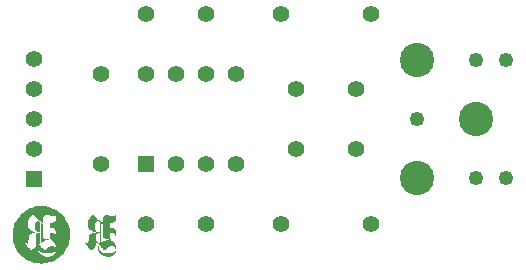
<source format=gbs>
G04 (created by PCBNEW (2013-07-07 BZR 4022)-stable) date 1/7/2015 2:01:18 PM*
%MOIN*%
G04 Gerber Fmt 3.4, Leading zero omitted, Abs format*
%FSLAX34Y34*%
G01*
G70*
G90*
G04 APERTURE LIST*
%ADD10C,0.00590551*%
%ADD11C,0.0001*%
%ADD12C,0.055*%
%ADD13R,0.055X0.055*%
%ADD14C,0.114173*%
%ADD15C,0.0492126*%
G04 APERTURE END LIST*
G54D10*
G54D11*
G36*
X75540Y-67838D02*
X75543Y-67920D01*
X75552Y-68001D01*
X75569Y-68082D01*
X75592Y-68161D01*
X75623Y-68239D01*
X75660Y-68314D01*
X75705Y-68387D01*
X75757Y-68456D01*
X75774Y-68477D01*
X75832Y-68538D01*
X75894Y-68594D01*
X75950Y-68636D01*
X75950Y-68109D01*
X75955Y-68101D01*
X75956Y-68100D01*
X75964Y-68091D01*
X75993Y-68120D01*
X76007Y-68134D01*
X76018Y-68143D01*
X76026Y-68148D01*
X76032Y-68150D01*
X76035Y-68150D01*
X76049Y-68147D01*
X76060Y-68136D01*
X76065Y-68126D01*
X76066Y-68120D01*
X76067Y-68106D01*
X76069Y-68087D01*
X76070Y-68063D01*
X76071Y-68037D01*
X76072Y-68012D01*
X76073Y-67978D01*
X76074Y-67951D01*
X76075Y-67929D01*
X76077Y-67912D01*
X76079Y-67899D01*
X76082Y-67888D01*
X76086Y-67878D01*
X76091Y-67869D01*
X76094Y-67864D01*
X76109Y-67843D01*
X76129Y-67825D01*
X76154Y-67810D01*
X76185Y-67798D01*
X76223Y-67788D01*
X76260Y-67782D01*
X76281Y-67779D01*
X76295Y-67776D01*
X76301Y-67774D01*
X76300Y-67771D01*
X76292Y-67766D01*
X76277Y-67760D01*
X76268Y-67756D01*
X76226Y-67738D01*
X76190Y-67720D01*
X76160Y-67702D01*
X76134Y-67683D01*
X76111Y-67663D01*
X76104Y-67656D01*
X76083Y-67630D01*
X76067Y-67604D01*
X76055Y-67575D01*
X76048Y-67542D01*
X76044Y-67504D01*
X76043Y-67472D01*
X76044Y-67433D01*
X76048Y-67400D01*
X76055Y-67370D01*
X76066Y-67344D01*
X76082Y-67317D01*
X76102Y-67290D01*
X76108Y-67283D01*
X76123Y-67267D01*
X76140Y-67250D01*
X76159Y-67232D01*
X76177Y-67216D01*
X76195Y-67202D01*
X76212Y-67190D01*
X76224Y-67182D01*
X76233Y-67178D01*
X76234Y-67178D01*
X76238Y-67181D01*
X76246Y-67189D01*
X76257Y-67201D01*
X76270Y-67216D01*
X76276Y-67222D01*
X76293Y-67242D01*
X76311Y-67262D01*
X76330Y-67281D01*
X76352Y-67302D01*
X76377Y-67324D01*
X76405Y-67349D01*
X76439Y-67378D01*
X76470Y-67404D01*
X76550Y-67470D01*
X76552Y-67383D01*
X76554Y-67348D01*
X76555Y-67320D01*
X76557Y-67298D01*
X76560Y-67280D01*
X76564Y-67266D01*
X76570Y-67255D01*
X76577Y-67245D01*
X76581Y-67240D01*
X76592Y-67228D01*
X76605Y-67219D01*
X76620Y-67212D01*
X76637Y-67208D01*
X76659Y-67205D01*
X76685Y-67204D01*
X76718Y-67205D01*
X76757Y-67207D01*
X76764Y-67208D01*
X76809Y-67211D01*
X76846Y-67213D01*
X76876Y-67214D01*
X76901Y-67214D01*
X76921Y-67213D01*
X76936Y-67210D01*
X76947Y-67207D01*
X76955Y-67202D01*
X76961Y-67196D01*
X76965Y-67188D01*
X76965Y-67188D01*
X76970Y-67178D01*
X76977Y-67174D01*
X76978Y-67174D01*
X76983Y-67176D01*
X76987Y-67181D01*
X76990Y-67191D01*
X76991Y-67207D01*
X76992Y-67229D01*
X76992Y-67242D01*
X76991Y-67286D01*
X76987Y-67325D01*
X76981Y-67359D01*
X76973Y-67386D01*
X76963Y-67407D01*
X76955Y-67417D01*
X76946Y-67425D01*
X76937Y-67431D01*
X76927Y-67436D01*
X76915Y-67440D01*
X76900Y-67442D01*
X76879Y-67444D01*
X76854Y-67445D01*
X76823Y-67446D01*
X76815Y-67449D01*
X76808Y-67454D01*
X76805Y-67457D01*
X76803Y-67461D01*
X76802Y-67468D01*
X76801Y-67477D01*
X76800Y-67492D01*
X76800Y-67511D01*
X76800Y-67538D01*
X76800Y-67540D01*
X76800Y-67618D01*
X76825Y-67618D01*
X76843Y-67619D01*
X76864Y-67620D01*
X76877Y-67622D01*
X76904Y-67628D01*
X76926Y-67638D01*
X76945Y-67653D01*
X76960Y-67672D01*
X76971Y-67697D01*
X76980Y-67728D01*
X76985Y-67765D01*
X76988Y-67809D01*
X76988Y-67838D01*
X76988Y-67902D01*
X76979Y-67902D01*
X76974Y-67901D01*
X76971Y-67898D01*
X76969Y-67892D01*
X76966Y-67879D01*
X76965Y-67870D01*
X76962Y-67850D01*
X76958Y-67835D01*
X76951Y-67824D01*
X76941Y-67815D01*
X76927Y-67810D01*
X76907Y-67806D01*
X76881Y-67804D01*
X76860Y-67803D01*
X76800Y-67801D01*
X76801Y-67895D01*
X76801Y-67926D01*
X76802Y-67951D01*
X76803Y-67970D01*
X76805Y-67984D01*
X76808Y-67996D01*
X76814Y-68005D01*
X76822Y-68013D01*
X76832Y-68022D01*
X76846Y-68033D01*
X76853Y-68038D01*
X76869Y-68050D01*
X76885Y-68063D01*
X76897Y-68073D01*
X76902Y-68078D01*
X76924Y-68102D01*
X76945Y-68133D01*
X76964Y-68167D01*
X76980Y-68203D01*
X76989Y-68226D01*
X76995Y-68255D01*
X76998Y-68289D01*
X76998Y-68324D01*
X76993Y-68359D01*
X76989Y-68379D01*
X76973Y-68423D01*
X76950Y-68462D01*
X76923Y-68498D01*
X76890Y-68527D01*
X76853Y-68551D01*
X76833Y-68560D01*
X76794Y-68572D01*
X76751Y-68579D01*
X76706Y-68582D01*
X76661Y-68579D01*
X76651Y-68578D01*
X76614Y-68569D01*
X76577Y-68556D01*
X76542Y-68539D01*
X76527Y-68530D01*
X76501Y-68510D01*
X76474Y-68486D01*
X76450Y-68458D01*
X76429Y-68430D01*
X76416Y-68409D01*
X76404Y-68383D01*
X76396Y-68360D01*
X76391Y-68336D01*
X76389Y-68310D01*
X76388Y-68287D01*
X76388Y-68242D01*
X76403Y-68242D01*
X76418Y-68242D01*
X76418Y-68281D01*
X76420Y-68312D01*
X76426Y-68337D01*
X76435Y-68359D01*
X76450Y-68380D01*
X76459Y-68390D01*
X76487Y-68415D01*
X76518Y-68434D01*
X76546Y-68445D01*
X76553Y-68447D01*
X76561Y-68448D01*
X76571Y-68450D01*
X76583Y-68450D01*
X76599Y-68451D01*
X76619Y-68452D01*
X76645Y-68452D01*
X76676Y-68452D01*
X76706Y-68452D01*
X76744Y-68452D01*
X76775Y-68452D01*
X76800Y-68451D01*
X76820Y-68451D01*
X76836Y-68450D01*
X76848Y-68449D01*
X76858Y-68447D01*
X76867Y-68446D01*
X76869Y-68445D01*
X76904Y-68434D01*
X76932Y-68419D01*
X76953Y-68401D01*
X76967Y-68380D01*
X76974Y-68354D01*
X76976Y-68334D01*
X76973Y-68306D01*
X76963Y-68282D01*
X76947Y-68262D01*
X76924Y-68246D01*
X76917Y-68243D01*
X76906Y-68238D01*
X76896Y-68235D01*
X76884Y-68233D01*
X76869Y-68232D01*
X76850Y-68232D01*
X76820Y-68233D01*
X76792Y-68237D01*
X76767Y-68245D01*
X76742Y-68257D01*
X76716Y-68273D01*
X76689Y-68294D01*
X76659Y-68322D01*
X76648Y-68333D01*
X76631Y-68349D01*
X76618Y-68361D01*
X76610Y-68367D01*
X76604Y-68370D01*
X76602Y-68369D01*
X76598Y-68365D01*
X76590Y-68356D01*
X76577Y-68342D01*
X76561Y-68324D01*
X76542Y-68302D01*
X76520Y-68277D01*
X76496Y-68250D01*
X76473Y-68225D01*
X76348Y-68085D01*
X76355Y-68075D01*
X76362Y-68065D01*
X76407Y-68112D01*
X76452Y-68160D01*
X76452Y-67977D01*
X76452Y-67794D01*
X76421Y-67794D01*
X76393Y-67796D01*
X76371Y-67803D01*
X76353Y-67814D01*
X76338Y-67832D01*
X76329Y-67850D01*
X76318Y-67872D01*
X76316Y-68046D01*
X76316Y-68090D01*
X76315Y-68126D01*
X76314Y-68156D01*
X76314Y-68180D01*
X76313Y-68200D01*
X76311Y-68215D01*
X76309Y-68227D01*
X76306Y-68236D01*
X76303Y-68244D01*
X76299Y-68251D01*
X76293Y-68257D01*
X76287Y-68264D01*
X76286Y-68266D01*
X76278Y-68273D01*
X76267Y-68284D01*
X76253Y-68297D01*
X76237Y-68311D01*
X76220Y-68326D01*
X76204Y-68340D01*
X76189Y-68353D01*
X76176Y-68364D01*
X76167Y-68371D01*
X76163Y-68374D01*
X76163Y-68374D01*
X76160Y-68370D01*
X76153Y-68361D01*
X76141Y-68348D01*
X76127Y-68330D01*
X76109Y-68308D01*
X76089Y-68284D01*
X76067Y-68257D01*
X76058Y-68246D01*
X76036Y-68219D01*
X76015Y-68193D01*
X75996Y-68170D01*
X75979Y-68150D01*
X75966Y-68134D01*
X75957Y-68122D01*
X75952Y-68116D01*
X75951Y-68115D01*
X75950Y-68109D01*
X75950Y-68636D01*
X75960Y-68644D01*
X76032Y-68688D01*
X76106Y-68725D01*
X76183Y-68756D01*
X76264Y-68780D01*
X76347Y-68797D01*
X76430Y-68807D01*
X76514Y-68810D01*
X76588Y-68806D01*
X76674Y-68794D01*
X76758Y-68774D01*
X76839Y-68747D01*
X76918Y-68714D01*
X76993Y-68673D01*
X77064Y-68627D01*
X77130Y-68574D01*
X77192Y-68515D01*
X77248Y-68451D01*
X77291Y-68393D01*
X77338Y-68317D01*
X77377Y-68240D01*
X77408Y-68159D01*
X77432Y-68077D01*
X77449Y-67994D01*
X77458Y-67910D01*
X77460Y-67825D01*
X77454Y-67740D01*
X77440Y-67656D01*
X77419Y-67572D01*
X77389Y-67490D01*
X77376Y-67458D01*
X77337Y-67380D01*
X77291Y-67307D01*
X77239Y-67238D01*
X77181Y-67174D01*
X77127Y-67124D01*
X77058Y-67070D01*
X76986Y-67023D01*
X76910Y-66983D01*
X76832Y-66950D01*
X76752Y-66924D01*
X76670Y-66905D01*
X76587Y-66894D01*
X76503Y-66890D01*
X76419Y-66894D01*
X76334Y-66905D01*
X76251Y-66923D01*
X76168Y-66950D01*
X76108Y-66974D01*
X76030Y-67013D01*
X75957Y-67059D01*
X75888Y-67111D01*
X75824Y-67169D01*
X75774Y-67223D01*
X75720Y-67292D01*
X75673Y-67363D01*
X75633Y-67438D01*
X75601Y-67515D01*
X75575Y-67594D01*
X75557Y-67674D01*
X75545Y-67756D01*
X75540Y-67838D01*
X75540Y-67838D01*
X75540Y-67838D01*
G37*
G36*
X76477Y-67875D02*
X76477Y-67926D01*
X76477Y-67960D01*
X76478Y-68133D01*
X76494Y-68121D01*
X76547Y-68086D01*
X76602Y-68058D01*
X76658Y-68037D01*
X76716Y-68024D01*
X76740Y-68021D01*
X76789Y-68016D01*
X76771Y-68009D01*
X76745Y-67999D01*
X76713Y-67991D01*
X76679Y-67983D01*
X76645Y-67978D01*
X76613Y-67976D01*
X76585Y-67975D01*
X76577Y-67976D01*
X76552Y-67979D01*
X76552Y-67739D01*
X76552Y-67500D01*
X76515Y-67469D01*
X76478Y-67439D01*
X76477Y-67612D01*
X76477Y-67658D01*
X76477Y-67710D01*
X76477Y-67765D01*
X76477Y-67821D01*
X76477Y-67875D01*
X76477Y-67875D01*
X76477Y-67875D01*
G37*
G36*
X76288Y-67563D02*
X76290Y-67611D01*
X76298Y-67653D01*
X76310Y-67689D01*
X76327Y-67719D01*
X76350Y-67742D01*
X76359Y-67749D01*
X76378Y-67759D01*
X76401Y-67767D01*
X76424Y-67773D01*
X76439Y-67774D01*
X76452Y-67774D01*
X76451Y-67595D01*
X76450Y-67416D01*
X76433Y-67404D01*
X76421Y-67397D01*
X76411Y-67393D01*
X76398Y-67392D01*
X76391Y-67392D01*
X76368Y-67394D01*
X76350Y-67401D01*
X76334Y-67414D01*
X76329Y-67419D01*
X76313Y-67441D01*
X76300Y-67469D01*
X76292Y-67502D01*
X76289Y-67542D01*
X76288Y-67563D01*
X76288Y-67563D01*
X76288Y-67563D01*
G37*
G36*
X77950Y-68112D02*
X77953Y-68117D01*
X77956Y-68121D01*
X77964Y-68131D01*
X77976Y-68145D01*
X77990Y-68162D01*
X78007Y-68183D01*
X78026Y-68206D01*
X78045Y-68230D01*
X78065Y-68254D01*
X78085Y-68279D01*
X78104Y-68302D01*
X78121Y-68323D01*
X78137Y-68341D01*
X78149Y-68357D01*
X78158Y-68367D01*
X78162Y-68373D01*
X78163Y-68373D01*
X78166Y-68372D01*
X78174Y-68365D01*
X78186Y-68355D01*
X78200Y-68343D01*
X78216Y-68329D01*
X78233Y-68315D01*
X78249Y-68301D01*
X78263Y-68288D01*
X78275Y-68277D01*
X78282Y-68270D01*
X78283Y-68269D01*
X78293Y-68257D01*
X78302Y-68243D01*
X78305Y-68238D01*
X78307Y-68234D01*
X78309Y-68229D01*
X78310Y-68224D01*
X78312Y-68217D01*
X78313Y-68208D01*
X78313Y-68195D01*
X78314Y-68179D01*
X78315Y-68158D01*
X78315Y-68132D01*
X78316Y-68100D01*
X78316Y-68060D01*
X78316Y-68046D01*
X78317Y-68003D01*
X78317Y-67966D01*
X78318Y-67937D01*
X78319Y-67912D01*
X78320Y-67893D01*
X78321Y-67878D01*
X78323Y-67866D01*
X78325Y-67857D01*
X78328Y-67849D01*
X78331Y-67842D01*
X78335Y-67836D01*
X78337Y-67832D01*
X78355Y-67813D01*
X78377Y-67799D01*
X78403Y-67793D01*
X78432Y-67793D01*
X78433Y-67793D01*
X78452Y-67795D01*
X78452Y-67977D01*
X78452Y-68160D01*
X78407Y-68112D01*
X78362Y-68065D01*
X78355Y-68075D01*
X78348Y-68085D01*
X78472Y-68224D01*
X78472Y-67830D01*
X78472Y-67786D01*
X78472Y-67734D01*
X78472Y-67684D01*
X78472Y-67638D01*
X78472Y-67594D01*
X78473Y-67555D01*
X78473Y-67521D01*
X78473Y-67491D01*
X78473Y-67468D01*
X78474Y-67451D01*
X78474Y-67441D01*
X78474Y-67438D01*
X78478Y-67440D01*
X78487Y-67447D01*
X78499Y-67457D01*
X78514Y-67469D01*
X78514Y-67469D01*
X78552Y-67500D01*
X78552Y-67736D01*
X78552Y-67973D01*
X78605Y-67975D01*
X78664Y-67980D01*
X78717Y-67991D01*
X78764Y-68006D01*
X78775Y-68011D01*
X78794Y-68020D01*
X78746Y-68022D01*
X78691Y-68029D01*
X78636Y-68044D01*
X78583Y-68067D01*
X78530Y-68097D01*
X78512Y-68109D01*
X78498Y-68119D01*
X78486Y-68127D01*
X78478Y-68132D01*
X78475Y-68134D01*
X78475Y-68130D01*
X78474Y-68119D01*
X78474Y-68100D01*
X78473Y-68076D01*
X78473Y-68046D01*
X78473Y-68011D01*
X78473Y-67971D01*
X78472Y-67927D01*
X78472Y-67880D01*
X78472Y-67830D01*
X78472Y-68224D01*
X78475Y-68227D01*
X78500Y-68255D01*
X78524Y-68282D01*
X78546Y-68306D01*
X78565Y-68327D01*
X78581Y-68345D01*
X78593Y-68359D01*
X78600Y-68368D01*
X78604Y-68371D01*
X78607Y-68369D01*
X78615Y-68363D01*
X78627Y-68353D01*
X78641Y-68339D01*
X78648Y-68333D01*
X78680Y-68303D01*
X78708Y-68279D01*
X78734Y-68261D01*
X78759Y-68248D01*
X78785Y-68239D01*
X78812Y-68234D01*
X78842Y-68232D01*
X78850Y-68232D01*
X78874Y-68232D01*
X78893Y-68234D01*
X78908Y-68238D01*
X78922Y-68244D01*
X78937Y-68253D01*
X78939Y-68255D01*
X78956Y-68271D01*
X78968Y-68292D01*
X78975Y-68315D01*
X78977Y-68340D01*
X78973Y-68365D01*
X78964Y-68387D01*
X78949Y-68406D01*
X78945Y-68410D01*
X78930Y-68421D01*
X78915Y-68430D01*
X78897Y-68437D01*
X78877Y-68443D01*
X78854Y-68447D01*
X78825Y-68450D01*
X78792Y-68452D01*
X78752Y-68454D01*
X78706Y-68454D01*
X78704Y-68454D01*
X78669Y-68454D01*
X78641Y-68454D01*
X78618Y-68453D01*
X78601Y-68453D01*
X78587Y-68452D01*
X78575Y-68450D01*
X78565Y-68449D01*
X78556Y-68446D01*
X78554Y-68446D01*
X78523Y-68436D01*
X78498Y-68423D01*
X78475Y-68406D01*
X78460Y-68391D01*
X78443Y-68371D01*
X78431Y-68350D01*
X78423Y-68327D01*
X78418Y-68299D01*
X78417Y-68281D01*
X78415Y-68242D01*
X78404Y-68242D01*
X78397Y-68243D01*
X78393Y-68246D01*
X78390Y-68254D01*
X78389Y-68267D01*
X78388Y-68286D01*
X78388Y-68293D01*
X78390Y-68327D01*
X78395Y-68356D01*
X78405Y-68385D01*
X78408Y-68393D01*
X78428Y-68428D01*
X78453Y-68462D01*
X78482Y-68494D01*
X78515Y-68522D01*
X78539Y-68537D01*
X78581Y-68558D01*
X78628Y-68572D01*
X78677Y-68580D01*
X78727Y-68581D01*
X78777Y-68576D01*
X78821Y-68564D01*
X78861Y-68545D01*
X78898Y-68520D01*
X78930Y-68489D01*
X78956Y-68454D01*
X78977Y-68414D01*
X78988Y-68379D01*
X78994Y-68350D01*
X78997Y-68318D01*
X78997Y-68285D01*
X78995Y-68254D01*
X78989Y-68228D01*
X78988Y-68224D01*
X78968Y-68173D01*
X78943Y-68128D01*
X78911Y-68089D01*
X78875Y-68055D01*
X78860Y-68044D01*
X78837Y-68027D01*
X78821Y-68013D01*
X78811Y-67999D01*
X78804Y-67986D01*
X78801Y-67975D01*
X78800Y-67965D01*
X78799Y-67949D01*
X78799Y-67927D01*
X78798Y-67903D01*
X78798Y-67880D01*
X78798Y-67804D01*
X78845Y-67803D01*
X78878Y-67803D01*
X78903Y-67804D01*
X78923Y-67808D01*
X78937Y-67813D01*
X78947Y-67820D01*
X78949Y-67822D01*
X78957Y-67835D01*
X78963Y-67853D01*
X78967Y-67875D01*
X78968Y-67888D01*
X78969Y-67898D01*
X78972Y-67901D01*
X78979Y-67902D01*
X78989Y-67902D01*
X78987Y-67823D01*
X78985Y-67784D01*
X78983Y-67752D01*
X78979Y-67726D01*
X78974Y-67704D01*
X78968Y-67687D01*
X78959Y-67671D01*
X78949Y-67657D01*
X78948Y-67656D01*
X78936Y-67644D01*
X78924Y-67636D01*
X78910Y-67630D01*
X78892Y-67626D01*
X78870Y-67623D01*
X78850Y-67622D01*
X78798Y-67620D01*
X78797Y-67554D01*
X78796Y-67525D01*
X78797Y-67503D01*
X78797Y-67486D01*
X78799Y-67474D01*
X78801Y-67465D01*
X78805Y-67458D01*
X78808Y-67453D01*
X78812Y-67449D01*
X78816Y-67447D01*
X78823Y-67445D01*
X78834Y-67444D01*
X78851Y-67444D01*
X78863Y-67444D01*
X78895Y-67442D01*
X78921Y-67437D01*
X78941Y-67429D01*
X78957Y-67416D01*
X78968Y-67398D01*
X78977Y-67375D01*
X78980Y-67367D01*
X78983Y-67352D01*
X78985Y-67330D01*
X78988Y-67305D01*
X78989Y-67278D01*
X78990Y-67251D01*
X78990Y-67227D01*
X78989Y-67213D01*
X78988Y-67195D01*
X78987Y-67184D01*
X78985Y-67177D01*
X78982Y-67175D01*
X78978Y-67174D01*
X78978Y-67174D01*
X78971Y-67177D01*
X78965Y-67186D01*
X78965Y-67188D01*
X78956Y-67201D01*
X78945Y-67208D01*
X78936Y-67211D01*
X78925Y-67214D01*
X78909Y-67215D01*
X78889Y-67215D01*
X78863Y-67214D01*
X78831Y-67213D01*
X78792Y-67211D01*
X78758Y-67208D01*
X78718Y-67206D01*
X78685Y-67205D01*
X78659Y-67206D01*
X78637Y-67208D01*
X78619Y-67213D01*
X78604Y-67220D01*
X78591Y-67229D01*
X78581Y-67240D01*
X78573Y-67249D01*
X78567Y-67260D01*
X78563Y-67273D01*
X78559Y-67288D01*
X78557Y-67308D01*
X78555Y-67333D01*
X78553Y-67365D01*
X78553Y-67383D01*
X78550Y-67470D01*
X78472Y-67406D01*
X78433Y-67373D01*
X78399Y-67344D01*
X78370Y-67319D01*
X78345Y-67295D01*
X78323Y-67274D01*
X78303Y-67253D01*
X78284Y-67232D01*
X78277Y-67224D01*
X78263Y-67208D01*
X78251Y-67195D01*
X78242Y-67185D01*
X78237Y-67179D01*
X78236Y-67179D01*
X78229Y-67180D01*
X78218Y-67186D01*
X78203Y-67196D01*
X78186Y-67209D01*
X78168Y-67224D01*
X78149Y-67241D01*
X78131Y-67258D01*
X78116Y-67275D01*
X78108Y-67283D01*
X78083Y-67315D01*
X78065Y-67347D01*
X78053Y-67379D01*
X78050Y-67390D01*
X78047Y-67409D01*
X78045Y-67434D01*
X78044Y-67462D01*
X78044Y-67491D01*
X78046Y-67518D01*
X78048Y-67542D01*
X78050Y-67552D01*
X78061Y-67588D01*
X78078Y-67622D01*
X78102Y-67653D01*
X78132Y-67681D01*
X78169Y-67708D01*
X78213Y-67732D01*
X78265Y-67755D01*
X78273Y-67758D01*
X78288Y-67765D01*
X78288Y-67765D01*
X78288Y-67564D01*
X78289Y-67536D01*
X78291Y-67511D01*
X78294Y-67491D01*
X78294Y-67491D01*
X78304Y-67460D01*
X78318Y-67435D01*
X78335Y-67414D01*
X78354Y-67400D01*
X78375Y-67392D01*
X78396Y-67391D01*
X78418Y-67396D01*
X78434Y-67405D01*
X78450Y-67416D01*
X78451Y-67596D01*
X78452Y-67775D01*
X78427Y-67773D01*
X78409Y-67770D01*
X78390Y-67765D01*
X78380Y-67761D01*
X78353Y-67745D01*
X78331Y-67722D01*
X78312Y-67693D01*
X78299Y-67659D01*
X78294Y-67640D01*
X78291Y-67618D01*
X78289Y-67592D01*
X78288Y-67564D01*
X78288Y-67765D01*
X78300Y-67770D01*
X78307Y-67774D01*
X78308Y-67775D01*
X78305Y-67777D01*
X78296Y-67778D01*
X78295Y-67778D01*
X78281Y-67779D01*
X78262Y-67782D01*
X78240Y-67786D01*
X78217Y-67790D01*
X78196Y-67795D01*
X78185Y-67799D01*
X78150Y-67812D01*
X78122Y-67832D01*
X78100Y-67855D01*
X78084Y-67884D01*
X78083Y-67886D01*
X78081Y-67893D01*
X78078Y-67901D01*
X78077Y-67910D01*
X78075Y-67922D01*
X78074Y-67938D01*
X78074Y-67958D01*
X78073Y-67984D01*
X78072Y-68012D01*
X78071Y-68048D01*
X78070Y-68077D01*
X78068Y-68100D01*
X78066Y-68117D01*
X78064Y-68130D01*
X78060Y-68138D01*
X78056Y-68144D01*
X78050Y-68147D01*
X78046Y-68148D01*
X78035Y-68150D01*
X78025Y-68147D01*
X78014Y-68140D01*
X78000Y-68128D01*
X77991Y-68118D01*
X77965Y-68091D01*
X77956Y-68100D01*
X77950Y-68107D01*
X77950Y-68112D01*
X77950Y-68112D01*
X77950Y-68112D01*
G37*
G54D12*
X78500Y-62500D03*
X78500Y-65500D03*
X84500Y-60500D03*
X87500Y-60500D03*
X84500Y-67500D03*
X87500Y-67500D03*
G54D13*
X80000Y-65500D03*
G54D12*
X81000Y-65500D03*
X82000Y-65500D03*
X83000Y-65500D03*
X83000Y-62500D03*
X82000Y-62500D03*
X81000Y-62500D03*
X80000Y-62500D03*
X82000Y-67500D03*
X80000Y-67500D03*
X80000Y-60500D03*
X82000Y-60500D03*
X85000Y-63000D03*
X85000Y-65000D03*
X87000Y-65000D03*
X87000Y-63000D03*
G54D13*
X76250Y-66000D03*
G54D12*
X76250Y-65000D03*
X76250Y-64000D03*
X76250Y-63000D03*
X76250Y-62000D03*
G54D14*
X91000Y-64000D03*
X89031Y-62031D03*
X89031Y-65968D03*
G54D15*
X89031Y-64000D03*
X91000Y-65968D03*
X91000Y-62031D03*
X91984Y-62031D03*
X91984Y-65968D03*
M02*

</source>
